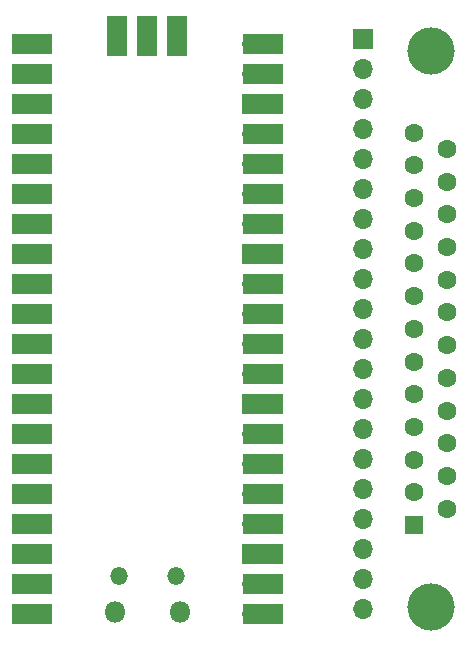
<source format=gbr>
%TF.GenerationSoftware,KiCad,Pcbnew,6.0.10-86aedd382b~118~ubuntu20.04.1*%
%TF.CreationDate,2023-01-18T18:06:03-08:00*%
%TF.ProjectId,parallel2usb,70617261-6c6c-4656-9c32-7573622e6b69,rev?*%
%TF.SameCoordinates,Original*%
%TF.FileFunction,Soldermask,Bot*%
%TF.FilePolarity,Negative*%
%FSLAX46Y46*%
G04 Gerber Fmt 4.6, Leading zero omitted, Abs format (unit mm)*
G04 Created by KiCad (PCBNEW 6.0.10-86aedd382b~118~ubuntu20.04.1) date 2023-01-18 18:06:03*
%MOMM*%
%LPD*%
G01*
G04 APERTURE LIST*
%ADD10O,1.500000X1.500000*%
%ADD11O,1.800000X1.800000*%
%ADD12O,1.700000X1.700000*%
%ADD13R,3.500000X1.700000*%
%ADD14R,1.700000X1.700000*%
%ADD15R,1.700000X3.500000*%
%ADD16C,1.600000*%
%ADD17R,1.600000X1.600000*%
%ADD18C,4.000000*%
G04 APERTURE END LIST*
D10*
%TO.C,U2*%
X174105000Y-122570000D03*
X178955000Y-122570000D03*
D11*
X179255000Y-125600000D03*
X173805000Y-125600000D03*
D12*
X167640000Y-125730000D03*
D13*
X166740000Y-125730000D03*
X166740000Y-123190000D03*
D12*
X167640000Y-123190000D03*
D14*
X167640000Y-120650000D03*
D13*
X166740000Y-120650000D03*
X166740000Y-118110000D03*
D12*
X167640000Y-118110000D03*
X167640000Y-115570000D03*
D13*
X166740000Y-115570000D03*
X166740000Y-113030000D03*
D12*
X167640000Y-113030000D03*
X167640000Y-110490000D03*
D13*
X166740000Y-110490000D03*
D14*
X167640000Y-107950000D03*
D13*
X166740000Y-107950000D03*
D12*
X167640000Y-105410000D03*
D13*
X166740000Y-105410000D03*
D12*
X167640000Y-102870000D03*
D13*
X166740000Y-102870000D03*
D12*
X167640000Y-100330000D03*
D13*
X166740000Y-100330000D03*
X166740000Y-97790000D03*
D12*
X167640000Y-97790000D03*
D14*
X167640000Y-95250000D03*
D13*
X166740000Y-95250000D03*
X166740000Y-92710000D03*
D12*
X167640000Y-92710000D03*
D13*
X166740000Y-90170000D03*
D12*
X167640000Y-90170000D03*
X167640000Y-87630000D03*
D13*
X166740000Y-87630000D03*
X166740000Y-85090000D03*
D12*
X167640000Y-85090000D03*
D13*
X166740000Y-82550000D03*
D14*
X167640000Y-82550000D03*
D12*
X167640000Y-80010000D03*
D13*
X166740000Y-80010000D03*
D12*
X167640000Y-77470000D03*
D13*
X166740000Y-77470000D03*
D12*
X185420000Y-77470000D03*
D13*
X186320000Y-77470000D03*
D12*
X185420000Y-80010000D03*
D13*
X186320000Y-80010000D03*
D14*
X185420000Y-82550000D03*
D13*
X186320000Y-82550000D03*
D12*
X185420000Y-85090000D03*
D13*
X186320000Y-85090000D03*
X186320000Y-87630000D03*
D12*
X185420000Y-87630000D03*
D13*
X186320000Y-90170000D03*
D12*
X185420000Y-90170000D03*
X185420000Y-92710000D03*
D13*
X186320000Y-92710000D03*
D14*
X185420000Y-95250000D03*
D13*
X186320000Y-95250000D03*
X186320000Y-97790000D03*
D12*
X185420000Y-97790000D03*
X185420000Y-100330000D03*
D13*
X186320000Y-100330000D03*
X186320000Y-102870000D03*
D12*
X185420000Y-102870000D03*
D13*
X186320000Y-105410000D03*
D12*
X185420000Y-105410000D03*
D14*
X185420000Y-107950000D03*
D13*
X186320000Y-107950000D03*
X186320000Y-110490000D03*
D12*
X185420000Y-110490000D03*
X185420000Y-113030000D03*
D13*
X186320000Y-113030000D03*
X186320000Y-115570000D03*
D12*
X185420000Y-115570000D03*
X185420000Y-118110000D03*
D13*
X186320000Y-118110000D03*
X186320000Y-120650000D03*
D14*
X185420000Y-120650000D03*
D13*
X186320000Y-123190000D03*
D12*
X185420000Y-123190000D03*
D13*
X186320000Y-125730000D03*
D12*
X185420000Y-125730000D03*
D15*
X173990000Y-76800000D03*
D12*
X173990000Y-77700000D03*
D15*
X176530000Y-76800000D03*
D14*
X176530000Y-77700000D03*
D12*
X179070000Y-77700000D03*
D15*
X179070000Y-76800000D03*
%TD*%
D14*
%TO.C,J2*%
X194770000Y-77089000D03*
D12*
X194770000Y-79629000D03*
X194770000Y-82169000D03*
X194770000Y-84709000D03*
X194770000Y-87249000D03*
X194770000Y-89789000D03*
X194770000Y-92329000D03*
X194770000Y-94869000D03*
X194770000Y-97409000D03*
X194770000Y-99949000D03*
X194770000Y-102489000D03*
X194770000Y-105029000D03*
X194770000Y-107569000D03*
X194770000Y-110109000D03*
X194770000Y-112649000D03*
X194770000Y-115189000D03*
X194770000Y-117729000D03*
X194770000Y-120269000D03*
X194770000Y-122809000D03*
X194770000Y-125349000D03*
%TD*%
D16*
%TO.C,J1*%
X201928000Y-86370000D03*
X201928000Y-89140000D03*
X201928000Y-91910000D03*
X201928000Y-94680000D03*
X201928000Y-97450000D03*
X201928000Y-100220000D03*
X201928000Y-102990000D03*
X201928000Y-105760000D03*
X201928000Y-108530000D03*
X201928000Y-111300000D03*
X201928000Y-114070000D03*
X201928000Y-116840000D03*
X199088000Y-84985000D03*
X199088000Y-87755000D03*
X199088000Y-90525000D03*
X199088000Y-93295000D03*
X199088000Y-96065000D03*
X199088000Y-98835000D03*
X199088000Y-101605000D03*
X199088000Y-104375000D03*
X199088000Y-107145000D03*
X199088000Y-109915000D03*
X199088000Y-112685000D03*
X199088000Y-115455000D03*
D17*
X199088000Y-118225000D03*
D18*
X200508000Y-125155000D03*
X200508000Y-78055000D03*
%TD*%
M02*

</source>
